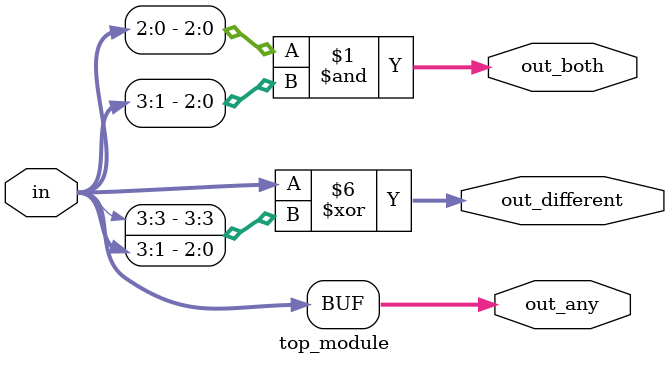
<source format=sv>
module top_module (
    input [3:0] in,
    output [2:0] out_both,
    output [3:0] out_any,      // Fixed width: [3:0] instead of [3:1]
    output [3:0] out_different
);
    assign out_both = in[2:0] & in[3:1];
    assign out_any = {in[3] | in[3], in[2] | in[2], in[1] | in[1], in[0] | in[0]}; // Vertical merge
    assign out_different = in ^ {in[3], in[3:1]};
endmodule

</source>
